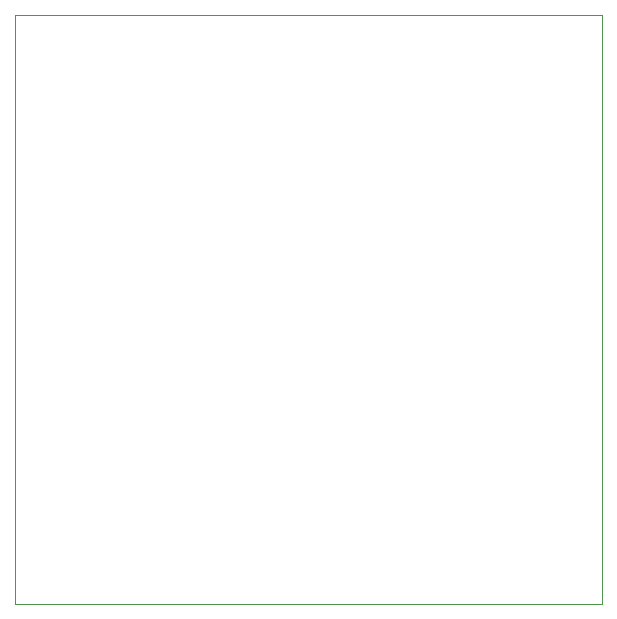
<source format=gm1>
G04 #@! TF.GenerationSoftware,KiCad,Pcbnew,7.0.1*
G04 #@! TF.CreationDate,2023-10-11T20:36:53-05:00*
G04 #@! TF.ProjectId,Main_Board,4d61696e-5f42-46f6-9172-642e6b696361,1*
G04 #@! TF.SameCoordinates,Original*
G04 #@! TF.FileFunction,Profile,NP*
%FSLAX46Y46*%
G04 Gerber Fmt 4.6, Leading zero omitted, Abs format (unit mm)*
G04 Created by KiCad (PCBNEW 7.0.1) date 2023-10-11 20:36:53*
%MOMM*%
%LPD*%
G01*
G04 APERTURE LIST*
G04 #@! TA.AperFunction,Profile*
%ADD10C,0.100000*%
G04 #@! TD*
G04 APERTURE END LIST*
D10*
X234836822Y-20000000D02*
X234836822Y-69833787D01*
X185163178Y-20000000D02*
X185163178Y-20000000D01*
X234836822Y-69833787D02*
X185163178Y-69833787D01*
X185163178Y-69833787D02*
X185163178Y-20000000D01*
X185163178Y-20000000D02*
X234836822Y-20000000D01*
M02*

</source>
